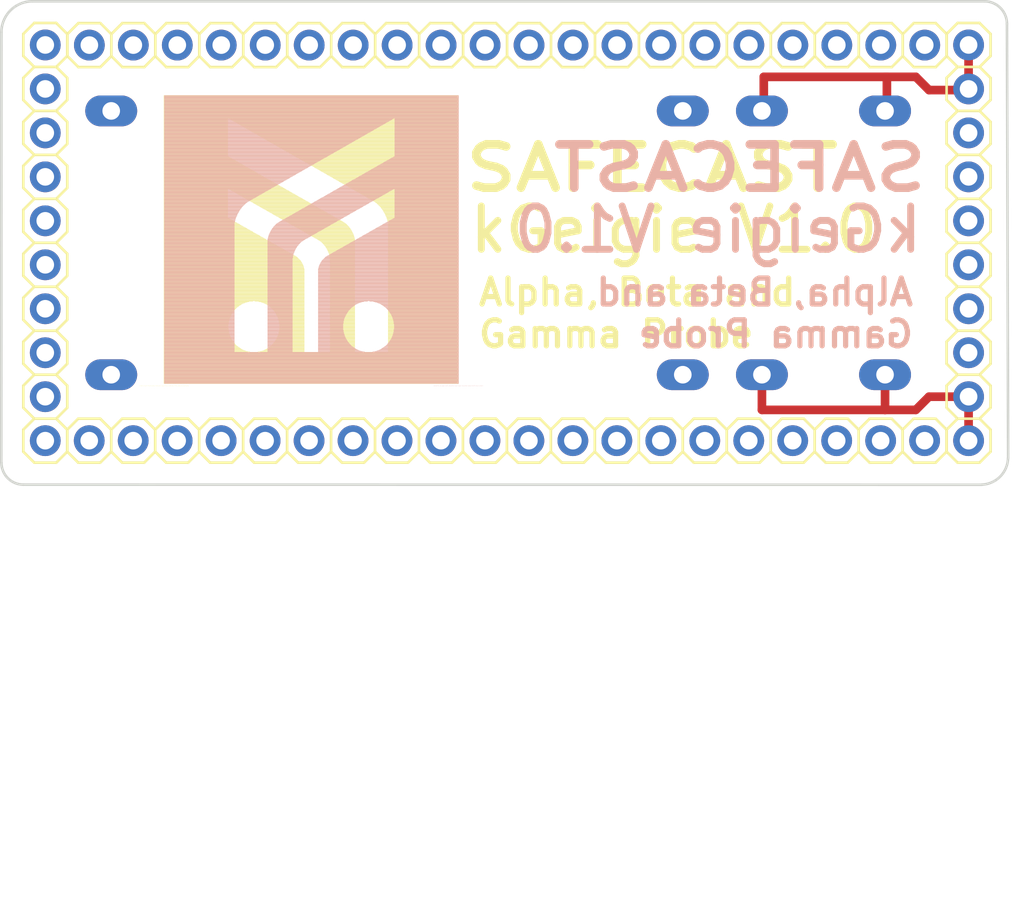
<source format=kicad_pcb>
(kicad_pcb (version 4) (host pcbnew 4.0.5)
  (layers (0 Top signal) (31 Bottom signal) (34 B.Paste user) (35 F.Paste user) (36 B.SilkS user) (37 F.SilkS user) (38 B.Mask user) (39 F.Mask user) (44 Edge.Cuts user))
  (net 0 "")
  (module 1X20-BIG (layer Top) (at 121.98858 113.8809 90)
    (fp_text reference JP7 hide)
    (fp_text value "" (at -25.4 3.175 90) (layer F.SilkS) (effects (font (size 1.2065 1.2065) (thickness 0.09652)) (justify left bottom)))
    (pad 11 thru_hole circle (at 1.27 0 180) (size 1.778 1.778) (drill 1.016) (layers *.Cu *.Mask))
    (pad 12 thru_hole circle (at 3.81 0 180) (size 1.778 1.778) (drill 1.016) (layers *.Cu *.Mask))
    (pad 13 thru_hole circle (at 6.35 0 180) (size 1.778 1.778) (drill 1.016) (layers *.Cu *.Mask))
    (pad 14 thru_hole circle (at 8.89 0 180) (size 1.778 1.778) (drill 1.016) (layers *.Cu *.Mask))
    (pad 15 thru_hole circle (at 11.43 0 180) (size 1.778 1.778) (drill 1.016) (layers *.Cu *.Mask))
    (pad 16 thru_hole circle (at 13.97 0 180) (size 1.778 1.778) (drill 1.016) (layers *.Cu *.Mask))
    (pad 17 thru_hole circle (at 16.51 0 180) (size 1.778 1.778) (drill 1.016) (layers *.Cu *.Mask))
    (pad 18 thru_hole circle (at 19.05 0 180) (size 1.778 1.778) (drill 1.016) (layers *.Cu *.Mask))
    (pad 19 thru_hole circle (at 21.59 0 180) (size 1.778 1.778) (drill 1.016) (layers *.Cu *.Mask))
    (pad 20 thru_hole circle (at 24.13 0 180) (size 1.778 1.778) (drill 1.016) (layers *.Cu *.Mask))
  )
  (module SAFECAST_LOGO (layer Bottom) (at 145.86458 109.3089 180)
    (fp_text reference U$1 hide)
    (fp_text value "" hide)
    (fp_text user "/Users/user/Downloads/safecast logos/eps/safecast_final_logo_bw_1bit.bmp" (at 0 -0.127 180) (layer B.SilkS) (effects (font (size 0.04826 0.04826) (thickness 0.004064)) (justify mirror)))
  )
  (module Measurement_Points:Measurement_Point_Round-TH_Small (layer Top) (at 170.50258 93.5609)
    (fp_text reference REF** hide)
    (fp_text value Cathode hide)
    (pad 1 thru_hole oval (at 0 0) (size 3 1.778) (drill 1.016) (layers *.Cu *.Mask))
  )
  (module Measurement_Points:Measurement_Point_Round-TH_Small (layer Top) (at 163.39058 108.8009)
    (fp_text reference REF** hide)
    (fp_text value Anode hide)
    (pad 1 thru_hole oval (at 0 0) (size 3 1.778) (drill 1.016) (layers *.Cu *.Mask))
  )
  (module 1X20-BIG (layer Top) (at 175.32858 113.8809 90)
    (fp_text reference JP7 hide)
    (fp_text value "" (at -25.4 3.175 90) (layer F.SilkS) (effects (font (size 1.2065 1.2065) (thickness 0.09652)) (justify left bottom)))
    (pad 11 thru_hole circle (at 1.27 0 180) (size 1.778 1.778) (drill 1.016) (layers *.Cu *.Mask))
    (pad 12 thru_hole circle (at 3.81 0 180) (size 1.778 1.778) (drill 1.016) (layers *.Cu *.Mask))
    (pad 13 thru_hole circle (at 6.35 0 180) (size 1.778 1.778) (drill 1.016) (layers *.Cu *.Mask))
    (pad 14 thru_hole circle (at 8.89 0 180) (size 1.778 1.778) (drill 1.016) (layers *.Cu *.Mask))
    (pad 15 thru_hole circle (at 11.43 0 180) (size 1.778 1.778) (drill 1.016) (layers *.Cu *.Mask))
    (pad 16 thru_hole circle (at 13.97 0 180) (size 1.778 1.778) (drill 1.016) (layers *.Cu *.Mask))
    (pad 17 thru_hole circle (at 16.51 0 180) (size 1.778 1.778) (drill 1.016) (layers *.Cu *.Mask))
    (pad 18 thru_hole circle (at 19.05 0 180) (size 1.778 1.778) (drill 1.016) (layers *.Cu *.Mask))
    (pad 19 thru_hole circle (at 21.59 0 180) (size 1.778 1.778) (drill 1.016) (layers *.Cu *.Mask))
    (pad 20 thru_hole circle (at 24.13 0 180) (size 1.778 1.778) (drill 1.016) (layers *.Cu *.Mask))
  )
  (module 1X20-BIG (layer Top) (at 148.65858 112.6109)
    (fp_text reference JP6 hide)
    (fp_text value "" (at -25.4 3.175) (layer F.SilkS) (effects (font (size 1.2065 1.2065) (thickness 0.09652)) (justify left bottom)))
    (pad 1 thru_hole circle (at -24.13 0 90) (size 1.778 1.778) (drill 1.016) (layers *.Cu *.Mask))
    (pad 2 thru_hole circle (at -21.59 0 90) (size 1.778 1.778) (drill 1.016) (layers *.Cu *.Mask))
    (pad 3 thru_hole circle (at -19.05 0 90) (size 1.778 1.778) (drill 1.016) (layers *.Cu *.Mask))
    (pad 4 thru_hole circle (at -16.51 0 90) (size 1.778 1.778) (drill 1.016) (layers *.Cu *.Mask))
    (pad 5 thru_hole circle (at -13.97 0 90) (size 1.778 1.778) (drill 1.016) (layers *.Cu *.Mask))
    (pad 6 thru_hole circle (at -11.43 0 90) (size 1.778 1.778) (drill 1.016) (layers *.Cu *.Mask))
    (pad 7 thru_hole circle (at -8.89 0 90) (size 1.778 1.778) (drill 1.016) (layers *.Cu *.Mask))
    (pad 8 thru_hole circle (at -6.35 0 90) (size 1.778 1.778) (drill 1.016) (layers *.Cu *.Mask))
    (pad 9 thru_hole circle (at -3.81 0 90) (size 1.778 1.778) (drill 1.016) (layers *.Cu *.Mask))
    (pad 10 thru_hole circle (at -1.27 0 90) (size 1.778 1.778) (drill 1.016) (layers *.Cu *.Mask))
    (pad 11 thru_hole circle (at 1.27 0 90) (size 1.778 1.778) (drill 1.016) (layers *.Cu *.Mask))
    (pad 12 thru_hole circle (at 3.81 0 90) (size 1.778 1.778) (drill 1.016) (layers *.Cu *.Mask))
    (pad 13 thru_hole circle (at 6.35 0 90) (size 1.778 1.778) (drill 1.016) (layers *.Cu *.Mask))
    (pad 14 thru_hole circle (at 8.89 0 90) (size 1.778 1.778) (drill 1.016) (layers *.Cu *.Mask))
    (pad 15 thru_hole circle (at 11.43 0 90) (size 1.778 1.778) (drill 1.016) (layers *.Cu *.Mask))
    (pad 16 thru_hole circle (at 13.97 0 90) (size 1.778 1.778) (drill 1.016) (layers *.Cu *.Mask))
    (pad 17 thru_hole circle (at 16.51 0 90) (size 1.778 1.778) (drill 1.016) (layers *.Cu *.Mask))
    (pad 18 thru_hole circle (at 19.05 0 90) (size 1.778 1.778) (drill 1.016) (layers *.Cu *.Mask))
    (pad 19 thru_hole circle (at 21.59 0 90) (size 1.778 1.778) (drill 1.016) (layers *.Cu *.Mask))
    (pad 20 thru_hole circle (at 24.13 0 90) (size 1.778 1.778) (drill 1.016) (layers *.Cu *.Mask))
  )
  (module Measurement_Points:Measurement_Point_Round-TH_Small (layer Top) (at 158.81858 93.5609)
    (fp_text reference REF** hide)
    (fp_text value Cathode hide)
    (pad 1 thru_hole oval (at 0 0) (size 3 1.778) (drill 1.016) (layers *.Cu *.Mask))
  )
  (module Measurement_Points:Measurement_Point_Round-TH_Small (layer Top) (at 158.81858 108.8009)
    (fp_text reference REF** hide)
    (fp_text value Cathode hide)
    (pad 1 thru_hole oval (at 0 0) (size 3 1.778) (drill 1.016) (layers *.Cu *.Mask))
  )
  (module Measurement_Points:Measurement_Point_Round-TH_Small (layer Top) (at 125.79858 93.5609)
    (fp_text reference REF** hide)
    (fp_text value Cathode hide)
    (pad 1 thru_hole oval (at 0 0) (size 3 1.778) (drill 1.016) (layers *.Cu *.Mask))
  )
  (module Measurement_Points:Measurement_Point_Round-TH_Small (layer Top) (at 125.79858 108.8009)
    (fp_text reference REF** hide)
    (fp_text value Cathode hide)
    (pad 1 thru_hole oval (at 0 0) (size 3 1.778) (drill 1.016) (layers *.Cu *.Mask))
  )
  (module Measurement_Points:Measurement_Point_Round-TH_Small (layer Top) (at 163.39058 93.5609)
    (fp_text reference REF** hide)
    (fp_text value Cathode hide)
    (pad 1 thru_hole oval (at 0 0) (size 3 1.778) (drill 1.016) (layers *.Cu *.Mask))
  )
  (module 1X20-BIG (layer Top) (at 148.6661 89.7586)
    (fp_text reference JP5 hide)
    (fp_text value "" (at -25.4 3.175) (layer F.SilkS) (effects (font (size 1.2065 1.2065) (thickness 0.09652)) (justify left bottom)))
    (pad 1 thru_hole circle (at -24.13 0 90) (size 1.778 1.778) (drill 1.016) (layers *.Cu *.Mask))
    (pad 2 thru_hole circle (at -21.59 0 90) (size 1.778 1.778) (drill 1.016) (layers *.Cu *.Mask))
    (pad 3 thru_hole circle (at -19.05 0 90) (size 1.778 1.778) (drill 1.016) (layers *.Cu *.Mask))
    (pad 4 thru_hole circle (at -16.51 0 90) (size 1.778 1.778) (drill 1.016) (layers *.Cu *.Mask))
    (pad 5 thru_hole circle (at -13.97 0 90) (size 1.778 1.778) (drill 1.016) (layers *.Cu *.Mask))
    (pad 6 thru_hole circle (at -11.43 0 90) (size 1.778 1.778) (drill 1.016) (layers *.Cu *.Mask))
    (pad 7 thru_hole circle (at -8.89 0 90) (size 1.778 1.778) (drill 1.016) (layers *.Cu *.Mask))
    (pad 8 thru_hole circle (at -6.35 0 90) (size 1.778 1.778) (drill 1.016) (layers *.Cu *.Mask))
    (pad 9 thru_hole circle (at -3.81 0 90) (size 1.778 1.778) (drill 1.016) (layers *.Cu *.Mask))
    (pad 10 thru_hole circle (at -1.27 0 90) (size 1.778 1.778) (drill 1.016) (layers *.Cu *.Mask))
    (pad 11 thru_hole circle (at 1.27 0 90) (size 1.778 1.778) (drill 1.016) (layers *.Cu *.Mask))
    (pad 12 thru_hole circle (at 3.81 0 90) (size 1.778 1.778) (drill 1.016) (layers *.Cu *.Mask))
    (pad 13 thru_hole circle (at 6.35 0 90) (size 1.778 1.778) (drill 1.016) (layers *.Cu *.Mask))
    (pad 14 thru_hole circle (at 8.89 0 90) (size 1.778 1.778) (drill 1.016) (layers *.Cu *.Mask))
    (pad 15 thru_hole circle (at 11.43 0 90) (size 1.778 1.778) (drill 1.016) (layers *.Cu *.Mask))
    (pad 16 thru_hole circle (at 13.97 0 90) (size 1.778 1.778) (drill 1.016) (layers *.Cu *.Mask))
    (pad 17 thru_hole circle (at 16.51 0 90) (size 1.778 1.778) (drill 1.016) (layers *.Cu *.Mask))
    (pad 18 thru_hole circle (at 19.05 0 90) (size 1.778 1.778) (drill 1.016) (layers *.Cu *.Mask))
    (pad 19 thru_hole circle (at 21.59 0 90) (size 1.778 1.778) (drill 1.016) (layers *.Cu *.Mask))
    (pad 20 thru_hole circle (at 24.13 0 90) (size 1.778 1.778) (drill 1.016) (layers *.Cu *.Mask))
  )
  (module SAFECAST_LOGO (layer Top) (at 128.84658 109.3089)
    (fp_text reference U$1 hide)
    (fp_text value "" hide)
    (fp_text user "/Users/user/Downloads/safecast logos/eps/safecast_final_logo_bw_1bit.bmp" (at 0 0.127) (layer F.SilkS) (effects (font (size 0.04826 0.04826) (thickness 0.004064))))
  )
  (module Measurement_Points:Measurement_Point_Round-TH_Small (layer Top) (at 170.50258 108.8009)
    (fp_text reference REF** hide)
    (fp_text value Anode hide)
    (pad 1 thru_hole oval (at 0 0) (size 3 1.778) (drill 1.016) (layers *.Cu *.Mask))
  )
  (gr_text "Alpha, Beta and \nGamma Probe" (at 172.28058 105.2449) (layer B.SilkS) (effects (font (size 1.5 1.5) (thickness 0.3)) (justify left mirror)))
  (gr_text "kGeigie V1.0" (at 160.85058 100.4189) (layer B.SilkS) (effects (font (size 2.5 2.5) (thickness 0.4)) (justify mirror)))
  (gr_text SAFECAST (at 162.12058 96.8629) (layer B.SilkS) (effects (font (size 2.5 3) (thickness 0.5)) (justify mirror)))
  (gr_text "kGeigie V1.0" (at 158.31058 100.4189) (layer F.SilkS) (effects (font (size 2.5 2.5) (thickness 0.4))))
  (gr_text "Alpha, Beta and \nGamma Probe" (at 146.88058 105.2449) (layer F.SilkS) (effects (font (size 1.5 1.5) (thickness 0.3)) (justify left)))
  (gr_text SAFECAST (at 157.04058 96.8629) (layer F.SilkS) (effects (font (size 2.5 3) (thickness 0.5))))
  (gr_line (start 119.4561 89.017594) (end 119.44858 113.8809) (layer Edge.Cuts) (width 0.15))
  (gr_arc (start 120.7261 113.880923) (end 119.4561 113.880923) (angle -89.65870449) (layer Edge.Cuts) (width 0.15))
  (gr_line (start 120.71858 115.1509) (end 176.09058 115.1586) (layer Edge.Cuts) (width 0.15))
  (gr_arc (start 176.035229 113.57857) (end 176.09058 115.1509) (angle -86.3045705) (layer Edge.Cuts) (width 0.15))
  (gr_line (start 177.61458 113.6269) (end 177.5461 88.531097) (layer Edge.Cuts) (width 0.15))
  (gr_arc (start 176.243602 88.531098) (end 177.5461 88.531097) (angle -90) (layer Edge.Cuts) (width 0.15))
  (gr_line (start 176.243603 87.2286) (end 121.245094 87.2286) (layer Edge.Cuts) (width 0.15))
  (gr_arc (start 121.245094 89.017594) (end 121.245094 87.2286) (angle -90) (layer Edge.Cuts) (width 0.15))
  (segment (start 170.609836 93.626774) (end 170.609836 91.594774) (width 0.5) (layer Top) (net 0))
  (segment (start 163.497836 93.626774) (end 163.497836 91.594774) (width 0.5) (layer Top) (net 0))
  (segment (start 175.32858 92.356774) (end 173.04258 92.356774) (width 0.5) (layer Top) (net 0))
  (segment (start 172.28058 91.594774) (end 173.04258 92.356774) (width 0.5) (layer Top) (net 0))
  (segment (start 172.28058 91.594774) (end 170.50258 91.594774) (width 0.5) (layer Top) (net 0))
  (segment (start 170.609836 91.594774) (end 163.497836 91.594774) (width 0.5) (layer Top) (net 0))
  (segment (start 163.39058 110.8329) (end 170.50258 110.8329) (width 0.5) (layer Top) (net 0))
  (segment (start 170.50258 110.8329) (end 172.28058 110.8329) (width 0.5) (layer Top) (net 0))
  (segment (start 170.50258 108.8009) (end 170.50258 110.8329) (width 0.5) (layer Top) (net 0))
  (segment (start 163.39058 108.8009) (end 163.39058 110.8329) (width 0.5) (layer Top) (net 0))
  (segment (start 172.28058 110.8329) (end 173.04258 110.0709) (width 0.5) (layer Top) (net 0))
  (segment (start 173.04258 110.0709) (end 175.32858 110.0709) (width 0.5) (layer Top) (net 0))
  (segment (start 175.32858 89.7509) (end 175.32858 92.2909) (width 0.5) (layer Top) (net 0))
  (segment (start 175.32858 112.6109) (end 175.32858 111.353665) (width 0.5) (layer Top) (net 0))
  (segment (start 175.32858 111.353665) (end 175.32858 110.0709) (width 0.5) (layer Top) (net 0))
)
</source>
